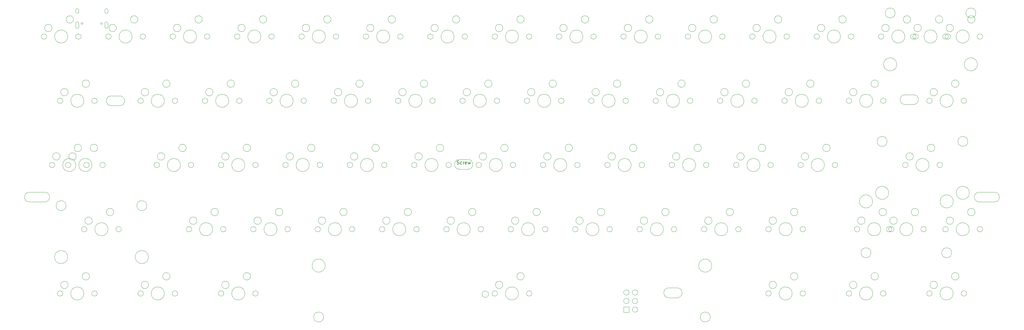
<source format=gbr>
G04 #@! TF.GenerationSoftware,KiCad,Pcbnew,(5.99.0-11336-g5116fa6d12)*
G04 #@! TF.CreationDate,2021-07-24T21:06:12+02:00*
G04 #@! TF.ProjectId,plain60-flex-mkd-ansi,706c6169-6e36-4302-9d66-6c65782d6d6b,rev?*
G04 #@! TF.SameCoordinates,Original*
G04 #@! TF.FileFunction,AssemblyDrawing,Top*
%FSLAX46Y46*%
G04 Gerber Fmt 4.6, Leading zero omitted, Abs format (unit mm)*
G04 Created by KiCad (PCBNEW (5.99.0-11336-g5116fa6d12)) date 2021-07-24 21:06:12*
%MOMM*%
%LPD*%
G01*
G04 APERTURE LIST*
%ADD10C,0.150000*%
%ADD11C,0.100000*%
G04 APERTURE END LIST*
D10*
X126611417Y-47329801D02*
X126754274Y-47377420D01*
X126992369Y-47377420D01*
X127087608Y-47329801D01*
X127135227Y-47282182D01*
X127182846Y-47186944D01*
X127182846Y-47091706D01*
X127135227Y-46996468D01*
X127087608Y-46948849D01*
X126992369Y-46901230D01*
X126801893Y-46853611D01*
X126706655Y-46805992D01*
X126659036Y-46758373D01*
X126611417Y-46663135D01*
X126611417Y-46567897D01*
X126659036Y-46472659D01*
X126706655Y-46425040D01*
X126801893Y-46377420D01*
X127039988Y-46377420D01*
X127182846Y-46425040D01*
X128039988Y-47329801D02*
X127944750Y-47377420D01*
X127754274Y-47377420D01*
X127659036Y-47329801D01*
X127611417Y-47282182D01*
X127563798Y-47186944D01*
X127563798Y-46901230D01*
X127611417Y-46805992D01*
X127659036Y-46758373D01*
X127754274Y-46710754D01*
X127944750Y-46710754D01*
X128039988Y-46758373D01*
X128468560Y-47377420D02*
X128468560Y-46710754D01*
X128468560Y-46901230D02*
X128516179Y-46805992D01*
X128563798Y-46758373D01*
X128659036Y-46710754D01*
X128754274Y-46710754D01*
X129468560Y-47329801D02*
X129373322Y-47377420D01*
X129182846Y-47377420D01*
X129087608Y-47329801D01*
X129039988Y-47234563D01*
X129039988Y-46853611D01*
X129087608Y-46758373D01*
X129182846Y-46710754D01*
X129373322Y-46710754D01*
X129468560Y-46758373D01*
X129516179Y-46853611D01*
X129516179Y-46948849D01*
X129039988Y-47044087D01*
X129849512Y-46710754D02*
X130039988Y-47377420D01*
X130230465Y-46901230D01*
X130420941Y-47377420D01*
X130611417Y-46710754D01*
D11*
X79833000Y-23495000D02*
G75*
G03*
X79833000Y-23495000I-1093000J0D01*
G01*
X73483000Y-26035000D02*
G75*
G03*
X73483000Y-26035000I-1093000J0D01*
G01*
X71920900Y-28575000D02*
G75*
G03*
X71920900Y-28575000I-800900J0D01*
G01*
X78143900Y-28575000D02*
G75*
G03*
X78143900Y-28575000I-1943900J0D01*
G01*
X82080900Y-28575000D02*
G75*
G03*
X82080900Y-28575000I-800900J0D01*
G01*
X98883000Y-23495000D02*
G75*
G03*
X98883000Y-23495000I-1093000J0D01*
G01*
X92533000Y-26035000D02*
G75*
G03*
X92533000Y-26035000I-1093000J0D01*
G01*
X101130900Y-28575000D02*
G75*
G03*
X101130900Y-28575000I-800900J0D01*
G01*
X97193900Y-28575000D02*
G75*
G03*
X97193900Y-28575000I-1943900J0D01*
G01*
X90970900Y-28575000D02*
G75*
G03*
X90970900Y-28575000I-800900J0D01*
G01*
X156033000Y-23495000D02*
G75*
G03*
X156033000Y-23495000I-1093000J0D01*
G01*
X149683000Y-26035000D02*
G75*
G03*
X149683000Y-26035000I-1093000J0D01*
G01*
X154343900Y-28575000D02*
G75*
G03*
X154343900Y-28575000I-1943900J0D01*
G01*
X158280900Y-28575000D02*
G75*
G03*
X158280900Y-28575000I-800900J0D01*
G01*
X148120900Y-28575000D02*
G75*
G03*
X148120900Y-28575000I-800900J0D01*
G01*
X175083000Y-23495000D02*
G75*
G03*
X175083000Y-23495000I-1093000J0D01*
G01*
X168733000Y-26035000D02*
G75*
G03*
X168733000Y-26035000I-1093000J0D01*
G01*
X167170900Y-28575000D02*
G75*
G03*
X167170900Y-28575000I-800900J0D01*
G01*
X173393900Y-28575000D02*
G75*
G03*
X173393900Y-28575000I-1943900J0D01*
G01*
X177330900Y-28575000D02*
G75*
G03*
X177330900Y-28575000I-800900J0D01*
G01*
X136983000Y-23495000D02*
G75*
G03*
X136983000Y-23495000I-1093000J0D01*
G01*
X130633000Y-26035000D02*
G75*
G03*
X130633000Y-26035000I-1093000J0D01*
G01*
X135293900Y-28575000D02*
G75*
G03*
X135293900Y-28575000I-1943900J0D01*
G01*
X139230900Y-28575000D02*
G75*
G03*
X139230900Y-28575000I-800900J0D01*
G01*
X129070900Y-28575000D02*
G75*
G03*
X129070900Y-28575000I-800900J0D01*
G01*
X117933000Y-23495000D02*
G75*
G03*
X117933000Y-23495000I-1093000J0D01*
G01*
X111583000Y-26035000D02*
G75*
G03*
X111583000Y-26035000I-1093000J0D01*
G01*
X110020900Y-28575000D02*
G75*
G03*
X110020900Y-28575000I-800900J0D01*
G01*
X120180900Y-28575000D02*
G75*
G03*
X120180900Y-28575000I-800900J0D01*
G01*
X116243900Y-28575000D02*
G75*
G03*
X116243900Y-28575000I-1943900J0D01*
G01*
X17920500Y-23495000D02*
G75*
G03*
X17920500Y-23495000I-1093000J0D01*
G01*
X11570500Y-26035000D02*
G75*
G03*
X11570500Y-26035000I-1093000J0D01*
G01*
X20168400Y-28575000D02*
G75*
G03*
X20168400Y-28575000I-800900J0D01*
G01*
X10008400Y-28575000D02*
G75*
G03*
X10008400Y-28575000I-800900J0D01*
G01*
X16231400Y-28575000D02*
G75*
G03*
X16231400Y-28575000I-1943900J0D01*
G01*
X146508000Y-4445000D02*
G75*
G03*
X146508000Y-4445000I-1093000J0D01*
G01*
X140158000Y-6985000D02*
G75*
G03*
X140158000Y-6985000I-1093000J0D01*
G01*
X144818900Y-9525000D02*
G75*
G03*
X144818900Y-9525000I-1943900J0D01*
G01*
X148755900Y-9525000D02*
G75*
G03*
X148755900Y-9525000I-800900J0D01*
G01*
X138595900Y-9525000D02*
G75*
G03*
X138595900Y-9525000I-800900J0D01*
G01*
X184608000Y-4445000D02*
G75*
G03*
X184608000Y-4445000I-1093000J0D01*
G01*
X178258000Y-6985000D02*
G75*
G03*
X178258000Y-6985000I-1093000J0D01*
G01*
X186855900Y-9525000D02*
G75*
G03*
X186855900Y-9525000I-800900J0D01*
G01*
X176695900Y-9525000D02*
G75*
G03*
X176695900Y-9525000I-800900J0D01*
G01*
X182918900Y-9525000D02*
G75*
G03*
X182918900Y-9525000I-1943900J0D01*
G01*
X89358000Y-4445000D02*
G75*
G03*
X89358000Y-4445000I-1093000J0D01*
G01*
X83008000Y-6985000D02*
G75*
G03*
X83008000Y-6985000I-1093000J0D01*
G01*
X91605900Y-9525000D02*
G75*
G03*
X91605900Y-9525000I-800900J0D01*
G01*
X87668900Y-9525000D02*
G75*
G03*
X87668900Y-9525000I-1943900J0D01*
G01*
X81445900Y-9525000D02*
G75*
G03*
X81445900Y-9525000I-800900J0D01*
G01*
X241758000Y-4445000D02*
G75*
G03*
X241758000Y-4445000I-1093000J0D01*
G01*
X235408000Y-6985000D02*
G75*
G03*
X235408000Y-6985000I-1093000J0D01*
G01*
X244005900Y-9525000D02*
G75*
G03*
X244005900Y-9525000I-800900J0D01*
G01*
X240068900Y-9525000D02*
G75*
G03*
X240068900Y-9525000I-1943900J0D01*
G01*
X233845900Y-9525000D02*
G75*
G03*
X233845900Y-9525000I-800900J0D01*
G01*
X222708000Y-4445000D02*
G75*
G03*
X222708000Y-4445000I-1093000J0D01*
G01*
X216358000Y-6985000D02*
G75*
G03*
X216358000Y-6985000I-1093000J0D01*
G01*
X224955900Y-9525000D02*
G75*
G03*
X224955900Y-9525000I-800900J0D01*
G01*
X214795900Y-9525000D02*
G75*
G03*
X214795900Y-9525000I-800900J0D01*
G01*
X221018900Y-9525000D02*
G75*
G03*
X221018900Y-9525000I-1943900J0D01*
G01*
X203658000Y-4445000D02*
G75*
G03*
X203658000Y-4445000I-1093000J0D01*
G01*
X197308000Y-6985000D02*
G75*
G03*
X197308000Y-6985000I-1093000J0D01*
G01*
X201968900Y-9525000D02*
G75*
G03*
X201968900Y-9525000I-1943900J0D01*
G01*
X205905900Y-9525000D02*
G75*
G03*
X205905900Y-9525000I-800900J0D01*
G01*
X195745900Y-9525000D02*
G75*
G03*
X195745900Y-9525000I-800900J0D01*
G01*
X165558000Y-4445000D02*
G75*
G03*
X165558000Y-4445000I-1093000J0D01*
G01*
X159208000Y-6985000D02*
G75*
G03*
X159208000Y-6985000I-1093000J0D01*
G01*
X157645900Y-9525000D02*
G75*
G03*
X157645900Y-9525000I-800900J0D01*
G01*
X163868900Y-9525000D02*
G75*
G03*
X163868900Y-9525000I-1943900J0D01*
G01*
X167805900Y-9525000D02*
G75*
G03*
X167805900Y-9525000I-800900J0D01*
G01*
X127458000Y-4445000D02*
G75*
G03*
X127458000Y-4445000I-1093000J0D01*
G01*
X121108000Y-6985000D02*
G75*
G03*
X121108000Y-6985000I-1093000J0D01*
G01*
X119545900Y-9525000D02*
G75*
G03*
X119545900Y-9525000I-800900J0D01*
G01*
X125768900Y-9525000D02*
G75*
G03*
X125768900Y-9525000I-1943900J0D01*
G01*
X129705900Y-9525000D02*
G75*
G03*
X129705900Y-9525000I-800900J0D01*
G01*
X108408000Y-4445000D02*
G75*
G03*
X108408000Y-4445000I-1093000J0D01*
G01*
X102058000Y-6985000D02*
G75*
G03*
X102058000Y-6985000I-1093000J0D01*
G01*
X100495900Y-9525000D02*
G75*
G03*
X100495900Y-9525000I-800900J0D01*
G01*
X110655900Y-9525000D02*
G75*
G03*
X110655900Y-9525000I-800900J0D01*
G01*
X106718900Y-9525000D02*
G75*
G03*
X106718900Y-9525000I-1943900J0D01*
G01*
X70308000Y-4445000D02*
G75*
G03*
X70308000Y-4445000I-1093000J0D01*
G01*
X63958000Y-6985000D02*
G75*
G03*
X63958000Y-6985000I-1093000J0D01*
G01*
X68618900Y-9525000D02*
G75*
G03*
X68618900Y-9525000I-1943900J0D01*
G01*
X72555900Y-9525000D02*
G75*
G03*
X72555900Y-9525000I-800900J0D01*
G01*
X62395900Y-9525000D02*
G75*
G03*
X62395900Y-9525000I-800900J0D01*
G01*
X32208000Y-4445000D02*
G75*
G03*
X32208000Y-4445000I-1093000J0D01*
G01*
X25858000Y-6985000D02*
G75*
G03*
X25858000Y-6985000I-1093000J0D01*
G01*
X30518900Y-9525000D02*
G75*
G03*
X30518900Y-9525000I-1943900J0D01*
G01*
X34455900Y-9525000D02*
G75*
G03*
X34455900Y-9525000I-800900J0D01*
G01*
X24295900Y-9525000D02*
G75*
G03*
X24295900Y-9525000I-800900J0D01*
G01*
X13158000Y-4445000D02*
G75*
G03*
X13158000Y-4445000I-1093000J0D01*
G01*
X6808000Y-6985000D02*
G75*
G03*
X6808000Y-6985000I-1093000J0D01*
G01*
X5245900Y-9525000D02*
G75*
G03*
X5245900Y-9525000I-800900J0D01*
G01*
X11468900Y-9525000D02*
G75*
G03*
X11468900Y-9525000I-1943900J0D01*
G01*
X15405900Y-9525000D02*
G75*
G03*
X15405900Y-9525000I-800900J0D01*
G01*
X41733000Y-80645000D02*
G75*
G03*
X41733000Y-80645000I-1093000J0D01*
G01*
X35383000Y-83185000D02*
G75*
G03*
X35383000Y-83185000I-1093000J0D01*
G01*
X43980900Y-85725000D02*
G75*
G03*
X43980900Y-85725000I-800900J0D01*
G01*
X33820900Y-85725000D02*
G75*
G03*
X33820900Y-85725000I-800900J0D01*
G01*
X40043900Y-85725000D02*
G75*
G03*
X40043900Y-85725000I-1943900J0D01*
G01*
X151270500Y-61595000D02*
G75*
G03*
X151270500Y-61595000I-1093000J0D01*
G01*
X144920500Y-64135000D02*
G75*
G03*
X144920500Y-64135000I-1093000J0D01*
G01*
X153518400Y-66675000D02*
G75*
G03*
X153518400Y-66675000I-800900J0D01*
G01*
X143358400Y-66675000D02*
G75*
G03*
X143358400Y-66675000I-800900J0D01*
G01*
X149581400Y-66675000D02*
G75*
G03*
X149581400Y-66675000I-1943900J0D01*
G01*
X227470500Y-61595000D02*
G75*
G03*
X227470500Y-61595000I-1093000J0D01*
G01*
X221120500Y-64135000D02*
G75*
G03*
X221120500Y-64135000I-1093000J0D01*
G01*
X225781400Y-66675000D02*
G75*
G03*
X225781400Y-66675000I-1943900J0D01*
G01*
X229718400Y-66675000D02*
G75*
G03*
X229718400Y-66675000I-800900J0D01*
G01*
X219558400Y-66675000D02*
G75*
G03*
X219558400Y-66675000I-800900J0D01*
G01*
X170320500Y-61595000D02*
G75*
G03*
X170320500Y-61595000I-1093000J0D01*
G01*
X163970500Y-64135000D02*
G75*
G03*
X163970500Y-64135000I-1093000J0D01*
G01*
X172568400Y-66675000D02*
G75*
G03*
X172568400Y-66675000I-800900J0D01*
G01*
X168631400Y-66675000D02*
G75*
G03*
X168631400Y-66675000I-1943900J0D01*
G01*
X162408400Y-66675000D02*
G75*
G03*
X162408400Y-66675000I-800900J0D01*
G01*
X132220500Y-61595000D02*
G75*
G03*
X132220500Y-61595000I-1093000J0D01*
G01*
X125870500Y-64135000D02*
G75*
G03*
X125870500Y-64135000I-1093000J0D01*
G01*
X124308400Y-66675000D02*
G75*
G03*
X124308400Y-66675000I-800900J0D01*
G01*
X130531400Y-66675000D02*
G75*
G03*
X130531400Y-66675000I-1943900J0D01*
G01*
X134468400Y-66675000D02*
G75*
G03*
X134468400Y-66675000I-800900J0D01*
G01*
X189370500Y-61595000D02*
G75*
G03*
X189370500Y-61595000I-1093000J0D01*
G01*
X183020500Y-64135000D02*
G75*
G03*
X183020500Y-64135000I-1093000J0D01*
G01*
X181458400Y-66675000D02*
G75*
G03*
X181458400Y-66675000I-800900J0D01*
G01*
X187681400Y-66675000D02*
G75*
G03*
X187681400Y-66675000I-1943900J0D01*
G01*
X191618400Y-66675000D02*
G75*
G03*
X191618400Y-66675000I-800900J0D01*
G01*
X17920500Y-80645000D02*
G75*
G03*
X17920500Y-80645000I-1093000J0D01*
G01*
X11570500Y-83185000D02*
G75*
G03*
X11570500Y-83185000I-1093000J0D01*
G01*
X16231400Y-85725000D02*
G75*
G03*
X16231400Y-85725000I-1943900J0D01*
G01*
X10008400Y-85725000D02*
G75*
G03*
X10008400Y-85725000I-800900J0D01*
G01*
X20168400Y-85725000D02*
G75*
G03*
X20168400Y-85725000I-800900J0D01*
G01*
X262420900Y-9525000D02*
G75*
G03*
X262420900Y-9525000I-800900J0D01*
G01*
X256236000Y-2540000D02*
G75*
G03*
X256236000Y-2540000I-1474000J0D01*
G01*
X268643900Y-9525000D02*
G75*
G03*
X268643900Y-9525000I-1943900J0D01*
G01*
X256705900Y-17780000D02*
G75*
G03*
X256705900Y-17780000I-1943900J0D01*
G01*
X280112000Y-2540000D02*
G75*
G03*
X280112000Y-2540000I-1474000J0D01*
G01*
X280581900Y-17780000D02*
G75*
G03*
X280581900Y-17780000I-1943900J0D01*
G01*
X272580900Y-9525000D02*
G75*
G03*
X272580900Y-9525000I-800900J0D01*
G01*
X270333000Y-4445000D02*
G75*
G03*
X270333000Y-4445000I-1093000J0D01*
G01*
X263983000Y-6985000D02*
G75*
G03*
X263983000Y-6985000I-1093000J0D01*
G01*
X251283000Y-23495000D02*
G75*
G03*
X251283000Y-23495000I-1093000J0D01*
G01*
X244933000Y-26035000D02*
G75*
G03*
X244933000Y-26035000I-1093000J0D01*
G01*
X253530900Y-28575000D02*
G75*
G03*
X253530900Y-28575000I-800900J0D01*
G01*
X249593900Y-28575000D02*
G75*
G03*
X249593900Y-28575000I-1943900J0D01*
G01*
X243370900Y-28575000D02*
G75*
G03*
X243370900Y-28575000I-800900J0D01*
G01*
X56020500Y-61595000D02*
G75*
G03*
X56020500Y-61595000I-1093000J0D01*
G01*
X49670500Y-64135000D02*
G75*
G03*
X49670500Y-64135000I-1093000J0D01*
G01*
X54331400Y-66675000D02*
G75*
G03*
X54331400Y-66675000I-1943900J0D01*
G01*
X58268400Y-66675000D02*
G75*
G03*
X58268400Y-66675000I-800900J0D01*
G01*
X48108400Y-66675000D02*
G75*
G03*
X48108400Y-66675000I-800900J0D01*
G01*
X194133000Y-23495000D02*
G75*
G03*
X194133000Y-23495000I-1093000J0D01*
G01*
X187783000Y-26035000D02*
G75*
G03*
X187783000Y-26035000I-1093000J0D01*
G01*
X196380900Y-28575000D02*
G75*
G03*
X196380900Y-28575000I-800900J0D01*
G01*
X192443900Y-28575000D02*
G75*
G03*
X192443900Y-28575000I-1943900J0D01*
G01*
X186220900Y-28575000D02*
G75*
G03*
X186220900Y-28575000I-800900J0D01*
G01*
X122695500Y-42545000D02*
G75*
G03*
X122695500Y-42545000I-1093000J0D01*
G01*
X116345500Y-45085000D02*
G75*
G03*
X116345500Y-45085000I-1093000J0D01*
G01*
X124943400Y-47625000D02*
G75*
G03*
X124943400Y-47625000I-800900J0D01*
G01*
X121006400Y-47625000D02*
G75*
G03*
X121006400Y-47625000I-1943900J0D01*
G01*
X114783400Y-47625000D02*
G75*
G03*
X114783400Y-47625000I-800900J0D01*
G01*
X65545500Y-42545000D02*
G75*
G03*
X65545500Y-42545000I-1093000J0D01*
G01*
X59195500Y-45085000D02*
G75*
G03*
X59195500Y-45085000I-1093000J0D01*
G01*
X67793400Y-47625000D02*
G75*
G03*
X67793400Y-47625000I-800900J0D01*
G01*
X57633400Y-47625000D02*
G75*
G03*
X57633400Y-47625000I-800900J0D01*
G01*
X63856400Y-47625000D02*
G75*
G03*
X63856400Y-47625000I-1943900J0D01*
G01*
X267951700Y-42545000D02*
G75*
G03*
X267951700Y-42545000I-1093000J0D01*
G01*
X261601700Y-45085000D02*
G75*
G03*
X261601700Y-45085000I-1093000J0D01*
G01*
X277730700Y-40640000D02*
G75*
G03*
X277730700Y-40640000I-1474000J0D01*
G01*
X253854700Y-40640000D02*
G75*
G03*
X253854700Y-40640000I-1474000J0D01*
G01*
X266262600Y-47625000D02*
G75*
G03*
X266262600Y-47625000I-1943900J0D01*
G01*
X254324600Y-55880000D02*
G75*
G03*
X254324600Y-55880000I-1943900J0D01*
G01*
X278200600Y-55880000D02*
G75*
G03*
X278200600Y-55880000I-1943900J0D01*
G01*
X270199600Y-47625000D02*
G75*
G03*
X270199600Y-47625000I-800900J0D01*
G01*
X260039600Y-47625000D02*
G75*
G03*
X260039600Y-47625000I-800900J0D01*
G01*
X279858000Y-61595000D02*
G75*
G03*
X279858000Y-61595000I-1093000J0D01*
G01*
X273508000Y-64135000D02*
G75*
G03*
X273508000Y-64135000I-1093000J0D01*
G01*
X282105900Y-66675000D02*
G75*
G03*
X282105900Y-66675000I-800900J0D01*
G01*
X271945900Y-66675000D02*
G75*
G03*
X271945900Y-66675000I-800900J0D01*
G01*
X278168900Y-66675000D02*
G75*
G03*
X278168900Y-66675000I-1943900J0D01*
G01*
X179845500Y-42545000D02*
G75*
G03*
X179845500Y-42545000I-1093000J0D01*
G01*
X173495500Y-45085000D02*
G75*
G03*
X173495500Y-45085000I-1093000J0D01*
G01*
X171933400Y-47625000D02*
G75*
G03*
X171933400Y-47625000I-800900J0D01*
G01*
X182093400Y-47625000D02*
G75*
G03*
X182093400Y-47625000I-800900J0D01*
G01*
X178156400Y-47625000D02*
G75*
G03*
X178156400Y-47625000I-1943900J0D01*
G01*
X275095487Y-23495061D02*
G75*
G03*
X275095487Y-23495061I-1093000J0D01*
G01*
X268745487Y-26035061D02*
G75*
G03*
X268745487Y-26035061I-1093000J0D01*
G01*
X273406387Y-28575061D02*
G75*
G03*
X273406387Y-28575061I-1943900J0D01*
G01*
X267183387Y-28575061D02*
G75*
G03*
X267183387Y-28575061I-800900J0D01*
G01*
X277343387Y-28575061D02*
G75*
G03*
X277343387Y-28575061I-800900J0D01*
G01*
X232233000Y-23495000D02*
G75*
G03*
X232233000Y-23495000I-1093000J0D01*
G01*
X225883000Y-26035000D02*
G75*
G03*
X225883000Y-26035000I-1093000J0D01*
G01*
X234480900Y-28575000D02*
G75*
G03*
X234480900Y-28575000I-800900J0D01*
G01*
X224320900Y-28575000D02*
G75*
G03*
X224320900Y-28575000I-800900J0D01*
G01*
X230543900Y-28575000D02*
G75*
G03*
X230543900Y-28575000I-1943900J0D01*
G01*
X65545500Y-80645000D02*
G75*
G03*
X65545500Y-80645000I-1093000J0D01*
G01*
X59195500Y-83185000D02*
G75*
G03*
X59195500Y-83185000I-1093000J0D01*
G01*
X57633400Y-85725000D02*
G75*
G03*
X57633400Y-85725000I-800900J0D01*
G01*
X67793400Y-85725000D02*
G75*
G03*
X67793400Y-85725000I-800900J0D01*
G01*
X63856400Y-85725000D02*
G75*
G03*
X63856400Y-85725000I-1943900J0D01*
G01*
X84595500Y-42545000D02*
G75*
G03*
X84595500Y-42545000I-1093000J0D01*
G01*
X78245500Y-45085000D02*
G75*
G03*
X78245500Y-45085000I-1093000J0D01*
G01*
X82906400Y-47625000D02*
G75*
G03*
X82906400Y-47625000I-1943900J0D01*
G01*
X86843400Y-47625000D02*
G75*
G03*
X86843400Y-47625000I-800900J0D01*
G01*
X76683400Y-47625000D02*
G75*
G03*
X76683400Y-47625000I-800900J0D01*
G01*
X160795500Y-42545000D02*
G75*
G03*
X160795500Y-42545000I-1093000J0D01*
G01*
X154445500Y-45085000D02*
G75*
G03*
X154445500Y-45085000I-1093000J0D01*
G01*
X152883400Y-47625000D02*
G75*
G03*
X152883400Y-47625000I-800900J0D01*
G01*
X163043400Y-47625000D02*
G75*
G03*
X163043400Y-47625000I-800900J0D01*
G01*
X159106400Y-47625000D02*
G75*
G03*
X159106400Y-47625000I-1943900J0D01*
G01*
X103645500Y-42545000D02*
G75*
G03*
X103645500Y-42545000I-1093000J0D01*
G01*
X97295500Y-45085000D02*
G75*
G03*
X97295500Y-45085000I-1093000J0D01*
G01*
X101956400Y-47625000D02*
G75*
G03*
X101956400Y-47625000I-1943900J0D01*
G01*
X105893400Y-47625000D02*
G75*
G03*
X105893400Y-47625000I-800900J0D01*
G01*
X95733400Y-47625000D02*
G75*
G03*
X95733400Y-47625000I-800900J0D01*
G01*
X46495500Y-42545000D02*
G75*
G03*
X46495500Y-42545000I-1093000J0D01*
G01*
X40145500Y-45085000D02*
G75*
G03*
X40145500Y-45085000I-1093000J0D01*
G01*
X44806400Y-47625000D02*
G75*
G03*
X44806400Y-47625000I-1943900J0D01*
G01*
X38583400Y-47625000D02*
G75*
G03*
X38583400Y-47625000I-800900J0D01*
G01*
X48743400Y-47625000D02*
G75*
G03*
X48743400Y-47625000I-800900J0D01*
G01*
X198895500Y-42545000D02*
G75*
G03*
X198895500Y-42545000I-1093000J0D01*
G01*
X192545500Y-45085000D02*
G75*
G03*
X192545500Y-45085000I-1093000J0D01*
G01*
X201143400Y-47625000D02*
G75*
G03*
X201143400Y-47625000I-800900J0D01*
G01*
X197206400Y-47625000D02*
G75*
G03*
X197206400Y-47625000I-1943900J0D01*
G01*
X190983400Y-47625000D02*
G75*
G03*
X190983400Y-47625000I-800900J0D01*
G01*
X25064250Y-61595000D02*
G75*
G03*
X25064250Y-61595000I-1093000J0D01*
G01*
X18714250Y-64135000D02*
G75*
G03*
X18714250Y-64135000I-1093000J0D01*
G01*
X10967250Y-59690000D02*
G75*
G03*
X10967250Y-59690000I-1474000J0D01*
G01*
X11437150Y-74930000D02*
G75*
G03*
X11437150Y-74930000I-1943900J0D01*
G01*
X27312150Y-66675000D02*
G75*
G03*
X27312150Y-66675000I-800900J0D01*
G01*
X35313150Y-74930000D02*
G75*
G03*
X35313150Y-74930000I-1943900J0D01*
G01*
X34843250Y-59690000D02*
G75*
G03*
X34843250Y-59690000I-1474000J0D01*
G01*
X17152150Y-66675000D02*
G75*
G03*
X17152150Y-66675000I-800900J0D01*
G01*
X23375150Y-66675000D02*
G75*
G03*
X23375150Y-66675000I-1943900J0D01*
G01*
X236995500Y-42545000D02*
G75*
G03*
X236995500Y-42545000I-1093000J0D01*
G01*
X230645500Y-45085000D02*
G75*
G03*
X230645500Y-45085000I-1093000J0D01*
G01*
X235306400Y-47625000D02*
G75*
G03*
X235306400Y-47625000I-1943900J0D01*
G01*
X229083400Y-47625000D02*
G75*
G03*
X229083400Y-47625000I-800900J0D01*
G01*
X239243400Y-47625000D02*
G75*
G03*
X239243400Y-47625000I-800900J0D01*
G01*
X217945500Y-42545000D02*
G75*
G03*
X217945500Y-42545000I-1093000J0D01*
G01*
X211595500Y-45085000D02*
G75*
G03*
X211595500Y-45085000I-1093000J0D01*
G01*
X220193400Y-47625000D02*
G75*
G03*
X220193400Y-47625000I-800900J0D01*
G01*
X210033400Y-47625000D02*
G75*
G03*
X210033400Y-47625000I-800900J0D01*
G01*
X216256400Y-47625000D02*
G75*
G03*
X216256400Y-47625000I-1943900J0D01*
G01*
X213183000Y-23495000D02*
G75*
G03*
X213183000Y-23495000I-1093000J0D01*
G01*
X206833000Y-26035000D02*
G75*
G03*
X206833000Y-26035000I-1093000J0D01*
G01*
X205270900Y-28575000D02*
G75*
G03*
X205270900Y-28575000I-800900J0D01*
G01*
X215430900Y-28575000D02*
G75*
G03*
X215430900Y-28575000I-800900J0D01*
G01*
X211493900Y-28575000D02*
G75*
G03*
X211493900Y-28575000I-1943900J0D01*
G01*
X141745500Y-42545000D02*
G75*
G03*
X141745500Y-42545000I-1093000J0D01*
G01*
X135395500Y-45085000D02*
G75*
G03*
X135395500Y-45085000I-1093000J0D01*
G01*
X140056400Y-47625000D02*
G75*
G03*
X140056400Y-47625000I-1943900J0D01*
G01*
X143993400Y-47625000D02*
G75*
G03*
X143993400Y-47625000I-800900J0D01*
G01*
X133833400Y-47625000D02*
G75*
G03*
X133833400Y-47625000I-800900J0D01*
G01*
X20301750Y-42545000D02*
G75*
G03*
X20301750Y-42545000I-1093000J0D01*
G01*
X13951750Y-45085000D02*
G75*
G03*
X13951750Y-45085000I-1093000J0D01*
G01*
X18612650Y-47625000D02*
G75*
G03*
X18612650Y-47625000I-1943900J0D01*
G01*
X12389650Y-47625000D02*
G75*
G03*
X12389650Y-47625000I-800900J0D01*
G01*
X22549650Y-47625000D02*
G75*
G03*
X22549650Y-47625000I-800900J0D01*
G01*
X113170500Y-61595000D02*
G75*
G03*
X113170500Y-61595000I-1093000J0D01*
G01*
X106820500Y-64135000D02*
G75*
G03*
X106820500Y-64135000I-1093000J0D01*
G01*
X105258400Y-66675000D02*
G75*
G03*
X105258400Y-66675000I-800900J0D01*
G01*
X111481400Y-66675000D02*
G75*
G03*
X111481400Y-66675000I-1943900J0D01*
G01*
X115418400Y-66675000D02*
G75*
G03*
X115418400Y-66675000I-800900J0D01*
G01*
X251283000Y-80645000D02*
G75*
G03*
X251283000Y-80645000I-1093000J0D01*
G01*
X244933000Y-83185000D02*
G75*
G03*
X244933000Y-83185000I-1093000J0D01*
G01*
X249593900Y-85725000D02*
G75*
G03*
X249593900Y-85725000I-1943900J0D01*
G01*
X253530900Y-85725000D02*
G75*
G03*
X253530900Y-85725000I-800900J0D01*
G01*
X243370900Y-85725000D02*
G75*
G03*
X243370900Y-85725000I-800900J0D01*
G01*
X75070500Y-61595000D02*
G75*
G03*
X75070500Y-61595000I-1093000J0D01*
G01*
X68720500Y-64135000D02*
G75*
G03*
X68720500Y-64135000I-1093000J0D01*
G01*
X73381400Y-66675000D02*
G75*
G03*
X73381400Y-66675000I-1943900J0D01*
G01*
X77318400Y-66675000D02*
G75*
G03*
X77318400Y-66675000I-800900J0D01*
G01*
X67158400Y-66675000D02*
G75*
G03*
X67158400Y-66675000I-800900J0D01*
G01*
X227470500Y-80645000D02*
G75*
G03*
X227470500Y-80645000I-1093000J0D01*
G01*
X221120500Y-83185000D02*
G75*
G03*
X221120500Y-83185000I-1093000J0D01*
G01*
X229718400Y-85725000D02*
G75*
G03*
X229718400Y-85725000I-800900J0D01*
G01*
X225781400Y-85725000D02*
G75*
G03*
X225781400Y-85725000I-1943900J0D01*
G01*
X219558400Y-85725000D02*
G75*
G03*
X219558400Y-85725000I-800900J0D01*
G01*
X275095728Y-80645072D02*
G75*
G03*
X275095728Y-80645072I-1093000J0D01*
G01*
X268745728Y-83185072D02*
G75*
G03*
X268745728Y-83185072I-1093000J0D01*
G01*
X267183628Y-85725072D02*
G75*
G03*
X267183628Y-85725072I-800900J0D01*
G01*
X277343628Y-85725072D02*
G75*
G03*
X277343628Y-85725072I-800900J0D01*
G01*
X273406628Y-85725072D02*
G75*
G03*
X273406628Y-85725072I-1943900J0D01*
G01*
X281118988Y-58575000D02*
X285618988Y-58575000D01*
X281118988Y-55675000D02*
X285618988Y-55675000D01*
X285618988Y-58575000D02*
G75*
G03*
X285618988Y-55675000I0J1450000D01*
G01*
X281118988Y-55675000D02*
G75*
G03*
X281118988Y-58575000I0J-1450000D01*
G01*
X131252Y-58575000D02*
X4631252Y-58575000D01*
X131252Y-55675000D02*
X4631252Y-55675000D01*
X4631252Y-58575000D02*
G75*
G03*
X4631252Y-55675000I0J1450000D01*
G01*
X131252Y-55675000D02*
G75*
G03*
X131252Y-58575000I0J-1450000D01*
G01*
X41733000Y-23495000D02*
G75*
G03*
X41733000Y-23495000I-1093000J0D01*
G01*
X35383000Y-26035000D02*
G75*
G03*
X35383000Y-26035000I-1093000J0D01*
G01*
X43980900Y-28575000D02*
G75*
G03*
X43980900Y-28575000I-800900J0D01*
G01*
X33820900Y-28575000D02*
G75*
G03*
X33820900Y-28575000I-800900J0D01*
G01*
X40043900Y-28575000D02*
G75*
G03*
X40043900Y-28575000I-1943900J0D01*
G01*
X189250160Y-86975000D02*
X191750160Y-86975000D01*
X189250160Y-84075000D02*
X191750160Y-84075000D01*
X191750160Y-86975000D02*
G75*
G03*
X191750160Y-84075000I0J1450000D01*
G01*
X189250160Y-84075000D02*
G75*
G03*
X189250160Y-86975000I0J-1450000D01*
G01*
X94120500Y-61595000D02*
G75*
G03*
X94120500Y-61595000I-1093000J0D01*
G01*
X87770500Y-64135000D02*
G75*
G03*
X87770500Y-64135000I-1093000J0D01*
G01*
X92431400Y-66675000D02*
G75*
G03*
X92431400Y-66675000I-1943900J0D01*
G01*
X96368400Y-66675000D02*
G75*
G03*
X96368400Y-66675000I-800900J0D01*
G01*
X86208400Y-66675000D02*
G75*
G03*
X86208400Y-66675000I-800900J0D01*
G01*
X15539277Y-42544925D02*
G75*
G03*
X15539277Y-42544925I-1093000J0D01*
G01*
X9189277Y-45084925D02*
G75*
G03*
X9189277Y-45084925I-1093000J0D01*
G01*
X17787177Y-47624925D02*
G75*
G03*
X17787177Y-47624925I-800900J0D01*
G01*
X13850177Y-47624925D02*
G75*
G03*
X13850177Y-47624925I-1943900J0D01*
G01*
X7627177Y-47624925D02*
G75*
G03*
X7627177Y-47624925I-800900J0D01*
G01*
X259175000Y-29677050D02*
X261675000Y-29677050D01*
X259175000Y-26777050D02*
X261675000Y-26777050D01*
X261675000Y-29677050D02*
G75*
G03*
X261675000Y-26777050I0J1450000D01*
G01*
X259175000Y-26777050D02*
G75*
G03*
X259175000Y-29677050I0J-1450000D01*
G01*
X260807977Y-4445061D02*
G75*
G03*
X260807977Y-4445061I-1093000J0D01*
G01*
X254457977Y-6985061D02*
G75*
G03*
X254457977Y-6985061I-1093000J0D01*
G01*
X263055877Y-9525061D02*
G75*
G03*
X263055877Y-9525061I-800900J0D01*
G01*
X252895877Y-9525061D02*
G75*
G03*
X252895877Y-9525061I-800900J0D01*
G01*
X259118877Y-9525061D02*
G75*
G03*
X259118877Y-9525061I-1943900J0D01*
G01*
X253664287Y-61595061D02*
G75*
G03*
X253664287Y-61595061I-1093000J0D01*
G01*
X247314287Y-64135061D02*
G75*
G03*
X247314287Y-64135061I-1093000J0D01*
G01*
X245752187Y-66675061D02*
G75*
G03*
X245752187Y-66675061I-800900J0D01*
G01*
X255912187Y-66675061D02*
G75*
G03*
X255912187Y-66675061I-800900J0D01*
G01*
X251975187Y-66675061D02*
G75*
G03*
X251975187Y-66675061I-1943900J0D01*
G01*
X279858087Y-4444961D02*
G75*
G03*
X279858087Y-4444961I-1093000J0D01*
G01*
X273508087Y-6984961D02*
G75*
G03*
X273508087Y-6984961I-1093000J0D01*
G01*
X271945987Y-9524961D02*
G75*
G03*
X271945987Y-9524961I-800900J0D01*
G01*
X282105987Y-9524961D02*
G75*
G03*
X282105987Y-9524961I-800900J0D01*
G01*
X278168987Y-9524961D02*
G75*
G03*
X278168987Y-9524961I-1943900J0D01*
G01*
X208420500Y-61595000D02*
G75*
G03*
X208420500Y-61595000I-1093000J0D01*
G01*
X202070500Y-64135000D02*
G75*
G03*
X202070500Y-64135000I-1093000J0D01*
G01*
X200508400Y-66675000D02*
G75*
G03*
X200508400Y-66675000I-800900J0D01*
G01*
X210668400Y-66675000D02*
G75*
G03*
X210668400Y-66675000I-800900J0D01*
G01*
X206731400Y-66675000D02*
G75*
G03*
X206731400Y-66675000I-1943900J0D01*
G01*
X127337608Y-48875040D02*
X129837608Y-48875040D01*
X127337608Y-45975040D02*
X129837608Y-45975040D01*
X129837608Y-48875040D02*
G75*
G03*
X129837608Y-45975040I0J1450000D01*
G01*
X127337608Y-45975040D02*
G75*
G03*
X127337608Y-48875040I0J-1450000D01*
G01*
X60783000Y-23495000D02*
G75*
G03*
X60783000Y-23495000I-1093000J0D01*
G01*
X54433000Y-26035000D02*
G75*
G03*
X54433000Y-26035000I-1093000J0D01*
G01*
X59093900Y-28575000D02*
G75*
G03*
X59093900Y-28575000I-1943900J0D01*
G01*
X63030900Y-28575000D02*
G75*
G03*
X63030900Y-28575000I-800900J0D01*
G01*
X52870900Y-28575000D02*
G75*
G03*
X52870900Y-28575000I-800900J0D01*
G01*
X24350000Y-30026024D02*
X26850000Y-30026024D01*
X24350000Y-27126024D02*
X26850000Y-27126024D01*
X26850000Y-30026024D02*
G75*
G03*
X26850000Y-27126024I0J1450000D01*
G01*
X24350000Y-27126024D02*
G75*
G03*
X24350000Y-30026024I0J-1450000D01*
G01*
X263189347Y-61595011D02*
G75*
G03*
X263189347Y-61595011I-1093000J0D01*
G01*
X256839347Y-64135011D02*
G75*
G03*
X256839347Y-64135011I-1093000J0D01*
G01*
X255277247Y-66675011D02*
G75*
G03*
X255277247Y-66675011I-800900J0D01*
G01*
X265437247Y-66675011D02*
G75*
G03*
X265437247Y-66675011I-800900J0D01*
G01*
X272968277Y-73660011D02*
G75*
G03*
X272968277Y-73660011I-1474000J0D01*
G01*
X261500247Y-66675011D02*
G75*
G03*
X261500247Y-66675011I-1943900J0D01*
G01*
X249092277Y-73660011D02*
G75*
G03*
X249092277Y-73660011I-1474000J0D01*
G01*
X249562177Y-58420011D02*
G75*
G03*
X249562177Y-58420011I-1943900J0D01*
G01*
X273438177Y-58420011D02*
G75*
G03*
X273438177Y-58420011I-1943900J0D01*
G01*
X87167250Y-92710000D02*
G75*
G03*
X87167250Y-92710000I-1474000J0D01*
G01*
X87637150Y-77470000D02*
G75*
G03*
X87637150Y-77470000I-1943900J0D01*
G01*
X201530750Y-92710000D02*
G75*
G03*
X201530750Y-92710000I-1474000J0D01*
G01*
X202000650Y-77470000D02*
G75*
G03*
X202000650Y-77470000I-1943900J0D01*
G01*
X146508000Y-80645000D02*
G75*
G03*
X146508000Y-80645000I-1093000J0D01*
G01*
X140158000Y-83185000D02*
G75*
G03*
X140158000Y-83185000I-1093000J0D01*
G01*
X144818900Y-85725000D02*
G75*
G03*
X144818900Y-85725000I-1943900J0D01*
G01*
X148755900Y-85725000D02*
G75*
G03*
X148755900Y-85725000I-800900J0D01*
G01*
X138595900Y-85725000D02*
G75*
G03*
X138595900Y-85725000I-800900J0D01*
G01*
X51258000Y-4445000D02*
G75*
G03*
X51258000Y-4445000I-1093000J0D01*
G01*
X44908000Y-6985000D02*
G75*
G03*
X44908000Y-6985000I-1093000J0D01*
G01*
X53505900Y-9525000D02*
G75*
G03*
X53505900Y-9525000I-800900J0D01*
G01*
X49568900Y-9525000D02*
G75*
G03*
X49568900Y-9525000I-1943900J0D01*
G01*
X43345900Y-9525000D02*
G75*
G03*
X43345900Y-9525000I-800900J0D01*
G01*
X135929287Y-85950061D02*
G75*
G03*
X135929287Y-85950061I-950000J0D01*
G01*
X21733000Y-5630000D02*
G75*
G03*
X21733000Y-5630000I-275000J0D01*
G01*
X15953000Y-5630000D02*
G75*
G03*
X15953000Y-5630000I-275000J0D01*
G01*
X23338000Y-6710000D02*
X23338000Y-5610000D01*
X22438000Y-6710000D02*
X22438000Y-5610000D01*
X23338000Y-5610000D02*
G75*
G03*
X22438000Y-5610000I-450000J0D01*
G01*
X22438000Y-6710000D02*
G75*
G03*
X23338000Y-6710000I450000J0D01*
G01*
X23338000Y-2280000D02*
X23338000Y-1680000D01*
X22438000Y-2280000D02*
X22438000Y-1680000D01*
X23338000Y-1680000D02*
G75*
G03*
X22438000Y-1680000I-450000J0D01*
G01*
X22438000Y-2280000D02*
G75*
G03*
X23338000Y-2280000I450000J0D01*
G01*
X14698000Y-2280000D02*
X14698000Y-1680000D01*
X13798000Y-2280000D02*
X13798000Y-1680000D01*
X14698000Y-1680000D02*
G75*
G03*
X13798000Y-1680000I-450000J0D01*
G01*
X13798000Y-2280000D02*
G75*
G03*
X14698000Y-2280000I450000J0D01*
G01*
X14698000Y-6710000D02*
X14698000Y-5610000D01*
X13798000Y-6710000D02*
X13798000Y-5610000D01*
X14698000Y-5610000D02*
G75*
G03*
X13798000Y-5610000I-450000J0D01*
G01*
X13798000Y-6710000D02*
G75*
G03*
X14698000Y-6710000I450000J0D01*
G01*
X175929287Y-89710061D02*
X175929287Y-91310061D01*
X177529287Y-91310061D01*
X177529287Y-89710061D01*
X175929287Y-89710061D01*
X180069287Y-90510061D02*
X180069287Y-90510061D01*
X178469287Y-90510061D02*
X178469287Y-90510061D01*
X180069287Y-90510061D02*
G75*
G03*
X178469287Y-90510061I-800000J0D01*
G01*
X178469287Y-90510061D02*
G75*
G03*
X180069287Y-90510061I800000J0D01*
G01*
X177529287Y-87970061D02*
X177529287Y-87970061D01*
X175929287Y-87970061D02*
X175929287Y-87970061D01*
X177529287Y-87970061D02*
G75*
G03*
X175929287Y-87970061I-800000J0D01*
G01*
X175929287Y-87970061D02*
G75*
G03*
X177529287Y-87970061I800000J0D01*
G01*
X180069287Y-87970061D02*
X180069287Y-87970061D01*
X178469287Y-87970061D02*
X178469287Y-87970061D01*
X180069287Y-87970061D02*
G75*
G03*
X178469287Y-87970061I-800000J0D01*
G01*
X178469287Y-87970061D02*
G75*
G03*
X180069287Y-87970061I800000J0D01*
G01*
X177529287Y-85430061D02*
X177529287Y-85430061D01*
X175929287Y-85430061D02*
X175929287Y-85430061D01*
X177529287Y-85430061D02*
G75*
G03*
X175929287Y-85430061I-800000J0D01*
G01*
X175929287Y-85430061D02*
G75*
G03*
X177529287Y-85430061I800000J0D01*
G01*
X180069287Y-85430061D02*
X180069287Y-85430061D01*
X178469287Y-85430061D02*
X178469287Y-85430061D01*
X180069287Y-85430061D02*
G75*
G03*
X178469287Y-85430061I-800000J0D01*
G01*
X178469287Y-85430061D02*
G75*
G03*
X180069287Y-85430061I800000J0D01*
G01*
M02*

</source>
